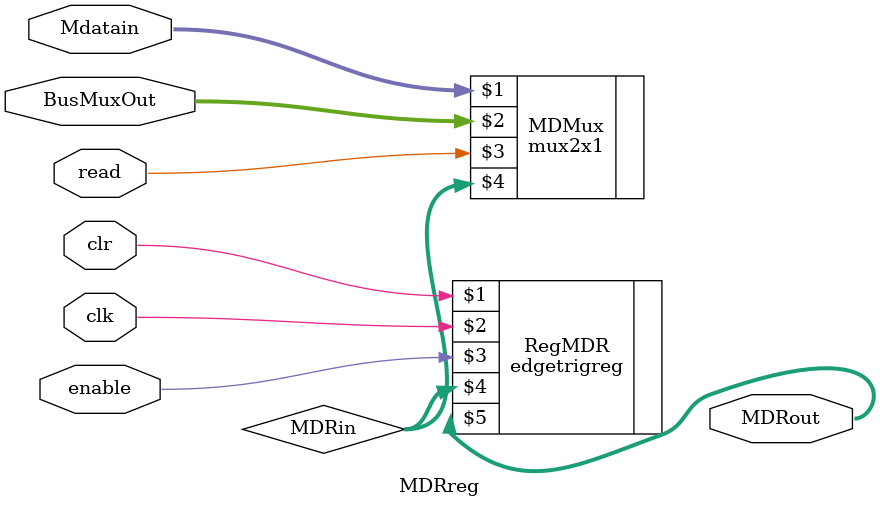
<source format=v>
module MDRreg (clr, clk, enable, Mdatain, BusMuxOut, read, MDRout);
    input clr, clk, enable, read;
    input [31:0] Mdatain, BusMuxOut;
    output  wire [31:0] MDRout;
	
    wire [31:0] MDRin;
    mux2x1 MDMux (Mdatain, BusMuxOut, read, MDRin);
    edgetrigreg RegMDR (clr, clk, enable, MDRin, MDRout);
		
endmodule 
</source>
